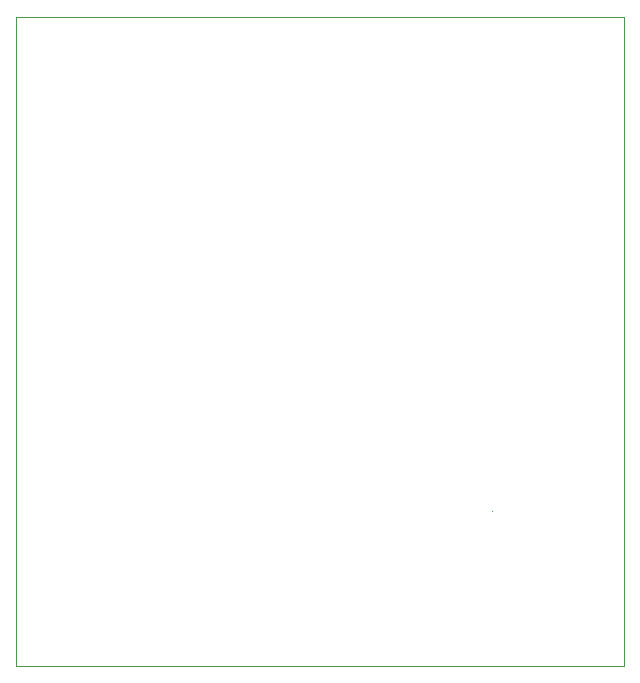
<source format=gbr>
%TF.GenerationSoftware,KiCad,Pcbnew,7.0.5*%
%TF.CreationDate,2024-03-11T15:50:26-06:00*%
%TF.ProjectId,micro-d-tes-aaray,6d696372-6f2d-4642-9d74-65732d616172,rev?*%
%TF.SameCoordinates,Original*%
%TF.FileFunction,Profile,NP*%
%FSLAX46Y46*%
G04 Gerber Fmt 4.6, Leading zero omitted, Abs format (unit mm)*
G04 Created by KiCad (PCBNEW 7.0.5) date 2024-03-11 15:50:26*
%MOMM*%
%LPD*%
G01*
G04 APERTURE LIST*
%TA.AperFunction,Profile*%
%ADD10C,0.100000*%
%TD*%
G04 APERTURE END LIST*
D10*
X17000000Y-16000000D02*
X68500000Y-16000000D01*
X68500000Y-71000000D01*
X17000000Y-71000000D01*
X17000000Y-16000000D01*
X57295000Y-57885000D02*
X57295000Y-57885000D01*
M02*

</source>
